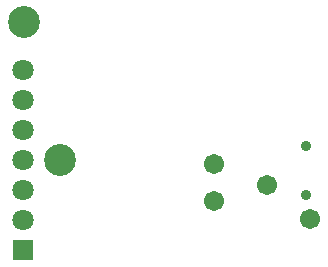
<source format=gbs>
G04*
G04 #@! TF.GenerationSoftware,Altium Limited,Altium Designer,25.8.1 (18)*
G04*
G04 Layer_Color=16711935*
%FSLAX44Y44*%
%MOMM*%
G71*
G04*
G04 #@! TF.SameCoordinates,9F860039-6082-445F-9F98-FDF6B6AB7181*
G04*
G04*
G04 #@! TF.FilePolarity,Negative*
G04*
G01*
G75*
%ADD39C,1.8032*%
%ADD40R,1.8032X1.8032*%
%ADD41C,0.9032*%
%ADD42C,2.7032*%
%ADD43C,1.7032*%
D39*
X16250Y125450D02*
D03*
Y100050D02*
D03*
Y150850D02*
D03*
Y201650D02*
D03*
Y227050D02*
D03*
Y176250D02*
D03*
D40*
Y74650D02*
D03*
D41*
X255500Y162500D02*
D03*
Y121000D02*
D03*
D42*
X47500Y151250D02*
D03*
X16540Y267500D02*
D03*
D43*
X222500Y130000D02*
D03*
X258750Y101250D02*
D03*
X177500Y116050D02*
D03*
Y147500D02*
D03*
M02*

</source>
